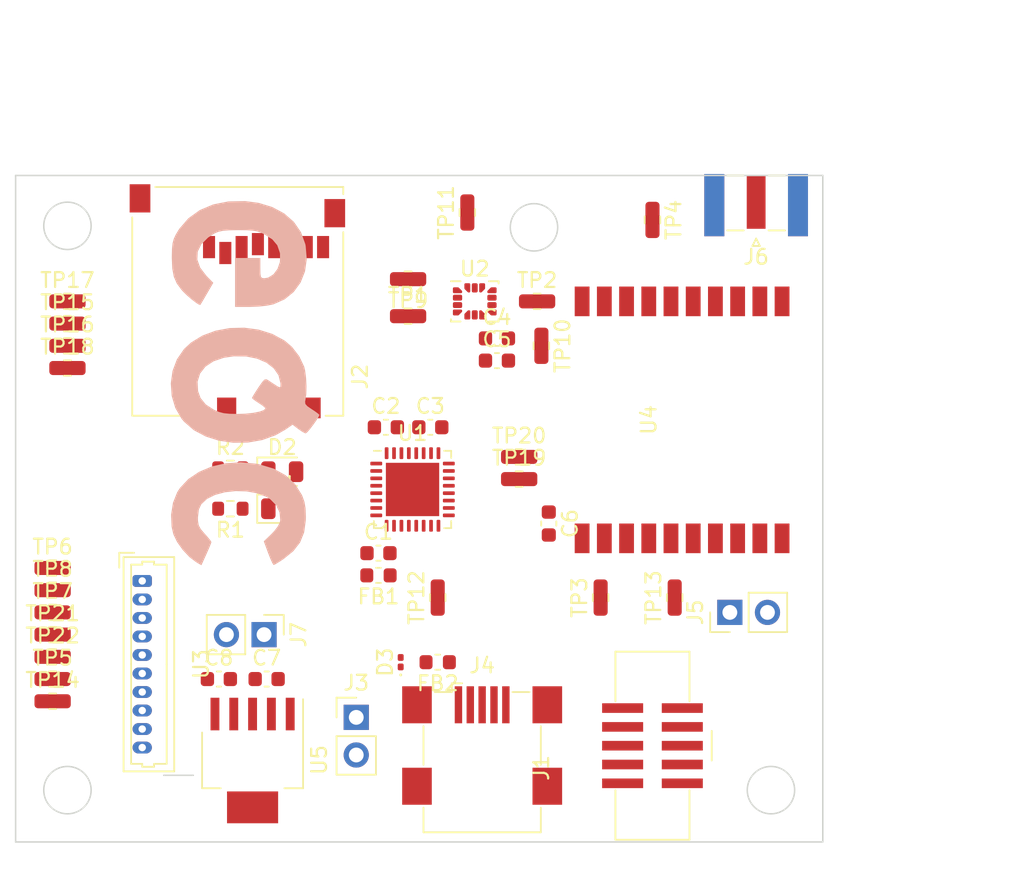
<source format=kicad_pcb>
(kicad_pcb (version 20211014) (generator pcbnew)
  (layers (0 "F.Cu" signal) (31 "B.Cu" signal) (34 "B.Paste" user) (35 "F.Paste" user) (36 "B.SilkS" user "B.Silkscreen") (37 "F.SilkS" user "F.Silkscreen") (38 "B.Mask" user) (39 "F.Mask" user) (44 "Edge.Cuts" user))
  (net 0 "")
  (net 2 "/~{CS}")
  (net 3 "/SC1_SDO")
  (net 4 "+3V3")
  (net 5 "/SC1_SCK")
  (net 6 "GND")
  (net 7 "/SC1_SDI")
  (net 10 "/IMU_INT1")
  (net 11 "/IMU_INT2")
  (net 12 "/GPS_~{RST}")
  (net 13 "/GPS_1PPS")
  (net 14 "/SC0_TXD")
  (net 15 "/SC0_RXD")
  (net 16 "/SC0_RTS")
  (net 17 "/SC0_CTS")
  (net 18 "Net-(C1-Pad1)")
  (net 19 "/SC2_DI")
  (net 20 "/SC2_~{CS}")
  (net 21 "/SC2_DO")
  (net 22 "/SC2_SCK")
  (net 23 "/RB_SLP")
  (net 24 "/SC3_RXD")
  (net 25 "/SC3_TXD")
  (net 26 "/RB_NET")
  (net 27 "/RB_RI")
  (net 28 "Net-(D1-Pad2)")
  (net 29 "/~{SRST}")
  (net 30 "Net-(D2-Pad2)")
  (net 31 "Net-(C3-Pad1)")
  (net 32 "/SWCLK")
  (net 33 "/SWDIO")
  (net 36 "+5V")
  (net 37 "Net-(C8-Pad2)")
  (net 38 "Net-(D1-Pad1)")
  (net 39 "Net-(D2-Pad1)")
  (net 40 "Net-(FB2-Pad1)")
  (net 48 "Net-(J5-Pad1)")
  (net 49 "Net-(J6-Pad1)")
  (net 51 "/GPS_FIX")
  (footprint "Connector_PinHeader_2.54mm:PinHeader_1x02_P2.54mm_Vertical" (layer "F.Cu") (at 73.225 104.5 90)
    (fp_text reference "J5" (at 0 -2.33 90) (layer "F.SilkS"))
    (fp_text value "Conn_01x02_Male")
    (pad "1" thru_hole rect (at 0 0 90) (size 1.7 1.7) (drill 1) (layers *.Cu *.Mask) (net 48 "Net-(J5-Pad1)"))
    (pad "2" thru_hole oval (at 0 2.54 90) (size 1.7 1.7) (drill 1) (layers *.Cu *.Mask) (net 6 "GND"))
  )
  (footprint "GQC:RCU-0603" (layer "F.Cu") (at 27.5 106)
    (fp_text reference "TP21" (at 0 -1.43) (layer "F.SilkS"))
    (fp_text value "TestPoint")
    (pad "1" smd roundrect (at 0 0) (size 2.45 0.95) (layers "F.Cu" "F.Paste" "F.Mask") (net 26 "/RB_NET"))
  )
  (footprint "Connector_PinHeader_2.54mm:PinHeader_1x02_P2.54mm_Vertical" (layer "F.Cu") (at 41.775 106 -90)
    (fp_text reference "J7" (at 0 -2.33 90) (layer "F.SilkS"))
    (fp_text value "Conn_01x02_Male")
    (pad "1" thru_hole rect (at 0 0 270) (size 1.7 1.7) (drill 1) (layers *.Cu *.Mask) (net 4 "+3V3"))
    (pad "2" thru_hole oval (at 0 2.54 270) (size 1.7 1.7) (drill 1) (layers *.Cu *.Mask) (net 37 "Net-(C8-Pad2)"))
  )
  (footprint "GQC:RCU-0603" (layer "F.Cu") (at 68 78 -90)
    (fp_text reference "TP4" (at 0 -1.43 90) (layer "F.SilkS"))
    (fp_text value "TestPoint")
    (pad "1" smd roundrect (at 0 0 270) (size 2.45 0.95) (layers "F.Cu" "F.Paste" "F.Mask") (net 13 "/GPS_1PPS"))
  )
  (footprint "Capacitor_SMD:C_0603_1608Metric" (layer "F.Cu") (at 53 92)
    (fp_text reference "C3" (at 0 -1.43) (layer "F.SilkS"))
    (fp_text value "1u")
    (pad "1" smd roundrect (at -0.775 0) (size 0.9 0.95) (layers "F.Cu" "F.Paste" "F.Mask") (net 31 "Net-(C3-Pad1)"))
    (pad "2" smd roundrect (at 0.775 0) (size 0.9 0.95) (layers "F.Cu" "F.Paste" "F.Mask") (net 6 "GND"))
  )
  (footprint "GQC:RCU-0603" (layer "F.Cu") (at 59 94)
    (fp_text reference "TP20" (at 0 -1.43) (layer "F.SilkS"))
    (fp_text value "TestPoint")
    (pad "1" smd roundrect (at 0 0) (size 2.45 0.95) (layers "F.Cu" "F.Paste" "F.Mask") (net 25 "/SC3_TXD"))
  )
  (footprint "Capacitor_SMD:C_0603_1608Metric" (layer "F.Cu") (at 57.5 87.5)
    (fp_text reference "C5" (at 0 -1.43) (layer "F.SilkS"))
    (fp_text value "100n")
    (pad "1" smd roundrect (at -0.775 0) (size 0.9 0.95) (layers "F.Cu" "F.Paste" "F.Mask") (net 6 "GND"))
    (pad "2" smd roundrect (at 0.775 0) (size 0.9 0.95) (layers "F.Cu" "F.Paste" "F.Mask") (net 4 "+3V3"))
  )
  (footprint "GQC:RCU-0603" (layer "F.Cu") (at 27.5 103)
    (fp_text reference "TP8" (at 0 -1.43) (layer "F.SilkS"))
    (fp_text value "TestPoint")
    (pad "1" smd roundrect (at 0 0) (size 2.45 0.95) (layers "F.Cu" "F.Paste" "F.Mask") (net 17 "/SC0_CTS"))
  )
  (footprint "Resistor_SMD:R_0603_1608Metric" (layer "F.Cu") (at 39.5 97.5 180)
    (fp_text reference "R1" (at 0 -1.43) (layer "F.SilkS"))
    (fp_text value "1k")
    (pad "1" smd roundrect (at -0.825 0 180) (size 0.8 0.95) (layers "F.Cu" "F.Paste" "F.Mask") (net 38 "Net-(D1-Pad1)"))
    (pad "2" smd roundrect (at 0.825 0 180) (size 0.8 0.95) (layers "F.Cu" "F.Paste" "F.Mask") (net 6 "GND"))
  )
  (footprint "GQC:RCU-0603" (layer "F.Cu") (at 28.5 86.5)
    (fp_text reference "TP16" (at 0 -1.43) (layer "F.SilkS"))
    (fp_text value "TestPoint")
    (pad "1" smd roundrect (at 0 0) (size 2.45 0.95) (layers "F.Cu" "F.Paste" "F.Mask") (net 5 "/SC1_SCK"))
  )
  (footprint "GQC:RCU-0603" (layer "F.Cu") (at 27.5 104.5)
    (fp_text reference "TP7" (at 0 -1.43) (layer "F.SilkS"))
    (fp_text value "TestPoint")
    (pad "1" smd roundrect (at 0 0) (size 2.45 0.95) (layers "F.Cu" "F.Paste" "F.Mask") (net 16 "/SC0_RTS"))
  )
  (footprint "GQC:RCU-0603" (layer "F.Cu") (at 59 95.5)
    (fp_text reference "TP19" (at 0 -1.43) (layer "F.SilkS"))
    (fp_text value "TestPoint")
    (pad "1" smd roundrect (at 0 0) (size 2.45 0.95) (layers "F.Cu" "F.Paste" "F.Mask") (net 24 "/SC3_RXD"))
  )
  (footprint "Connector_USB:USB_Mini-B_Wuerth_65100516121_Horizontal" (layer "F.Cu") (at 56.5 113.3375)
    (fp_text reference "J4" (at 0 -5.25) (layer "F.SilkS"))
    (fp_text value "USB_B_Mini")
    (pad "" np_thru_hole circle (at -2.2 0) (size 0.9 0.9) (drill 0.9) (layers *.Cu *.Mask))
    (pad "" np_thru_hole circle (at 2.2 0) (size 0.9 0.9) (drill 0.9) (layers *.Cu *.Mask))
    (pad "1" smd rect (at -1.6 -2.6) (size 0.5 2.5) (layers "F.Cu" "F.Paste" "F.Mask") (net 40 "Net-(FB2-Pad1)"))
    (pad "2" smd rect (at -0.8 -2.6) (size 0.5 2.5) (layers "F.Cu" "F.Paste" "F.Mask"))
    (pad "3" smd rect (at 0 -2.6) (size 0.5 2.5) (layers "F.Cu" "F.Paste" "F.Mask"))
    (pad "4" smd rect (at 0.8 -2.6) (size 0.5 2.5) (layers "F.Cu" "F.Paste" "F.Mask"))
    (pad "5" smd rect (at 1.6 -2.6) (size 0.5 2.5) (layers "F.Cu" "F.Paste" "F.Mask") (net 6 "GND"))
    (pad "6" smd rect (at 4.4 2.9) (size 2 2.5) (layers "F.Cu" "F.Paste" "F.Mask") (net 6 "GND"))
    (pad "6" smd rect (at -4.4 -2.6) (size 2 2.5) (layers "F.Cu" "F.Paste" "F.Mask") (net 6 "GND"))
    (pad "6" smd rect (at -4.4 2.9) (size 2 2.5) (layers "F.Cu" "F.Paste" "F.Mask") (net 6 "GND"))
    (pad "6" smd rect (at 4.4 -2.6) (size 2 2.5) (layers "F.Cu" "F.Paste" "F.Mask") (net 6 "GND"))
  )
  (footprint "Inductor_SMD:L_0603_1608Metric" (layer "F.Cu") (at 53.5 107.8625 180)
    (fp_text reference "FB2" (at 0 -1.43) (layer "F.SilkS"))
    (fp_text value "FerriteBead_Small")
    (pad "1" smd roundrect (at -0.7875 0 180) (size 0.875 0.95) (layers "F.Cu" "F.Paste" "F.Mask") (net 40 "Net-(FB2-Pad1)"))
    (pad "2" smd roundrect (at 0.7875 0 180) (size 0.875 0.95) (layers "F.Cu" "F.Paste" "F.Mask") (net 36 "+5V"))
  )
  (footprint "Capacitor_SMD:C_0603_1608Metric" (layer "F.Cu") (at 61 98.5 -90)
    (fp_text reference "C6" (at 0 -1.43 90) (layer "F.SilkS"))
    (fp_text value "100n")
    (pad "1" smd roundrect (at -0.775 0 270) (size 0.9 0.95) (layers "F.Cu" "F.Paste" "F.Mask") (net 6 "GND"))
    (pad "2" smd roundrect (at 0.775 0 270) (size 0.9 0.95) (layers "F.Cu" "F.Paste" "F.Mask") (net 4 "+3V3"))
  )
  (footprint "Package_LGA:LGA-14_3x2.5mm_P0.5mm_LayoutBorder3x4y" (layer "F.Cu") (at 56 83.5)
    (fp_text reference "U2" (at 0 -2.2) (layer "F.SilkS"))
    (fp_text value "LSM6DSO32TR")
    (pad "1" smd custom (at -1.1625 -0.75) (size 0.223223 0.223223) (layers "F.Cu" "F.Paste" "F.Mask") (net 19 "/SC2_DI") (options (clearance outline) (anchor circle)) (primitives (gr_poly (pts (xy 0.2375 0.081066) (xy 0.2375 0.125) (xy -0.2375 0.125) (xy -0.2375 -0.125) (xy 0.031434 -0.125)) (width 0.15) (fill yes))))
    (pad "2" smd roundrect (at -1.1625 -0.25) (size 0.625 0.4) (layers "F.Cu" "F.Paste" "F.Mask") (net 6 "GND"))
    (pad "3" smd roundrect (at -1.1625 0.25) (size 0.625 0.4) (layers "F.Cu" "F.Paste" "F.Mask") (net 6 "GND"))
    (pad "4" smd custom (at -1.1625 0.75) (size 0.223223 0.223223) (layers "F.Cu" "F.Paste" "F.Mask") (net 10 "/IMU_INT1") (options (clearance outline) (anchor circle)) (primitives (gr_poly (pts (xy 0.2375 -0.081066) (xy 0.031434 0.125) (xy -0.2375 0.125) (xy -0.2375 -0.125) (xy 0.2375 -0.125)) (width 0.15) (fill yes))))
    (pad "5" smd custom (at -0.5 0.9125) (size 0.223223 0.223223) (layers "F.Cu" "F.Paste" "F.Mask") (net 4 "+3V3") (options (clearance outline) (anchor circle)) (primitives (gr_poly (pts (xy 0.125 0.2375) (xy -0.125 0.2375) (xy -0.125 -0.031434) (xy 0.081066 -0.2375) (xy 0.125 -0.2375)) (width 0.15) (fill yes))))
    (pad "6" smd roundrect (at 0 0.9125) (size 0.4 0.625) (layers "F.Cu" "F.Paste" "F.Mask") (net 6 "GND"))
    (pad "7" smd custom (at 0.5 0.9125) (size 0.223223 0.223223) (layers "F.Cu" "F.Paste" "F.Mask") (net 6 "GND") (options (clearance outline) (anchor circle)) (primitives (gr_poly (pts (xy 0.125 -0.031434) (xy 0.125 0.2375) (xy -0.125 0.2375) (xy -0.125 -0.2375) (xy -0.081066 -0.2375)) (width 0.15) (fill yes))))
    (pad "8" smd custom (at 1.1625 0.75) (size 0.223223 0.223223) (layers "F.Cu" "F.Paste" "F.Mask") (net 4 "+3V3") (options (clearance outline) (anchor circle)) (primitives (gr_poly (pts (xy 0.2375 0.125) (xy -0.031434 0.125) (xy -0.2375 -0.081066) (xy -0.2375 -0.125) (xy 0.2375 -0.125)) (width 0.15) (fill yes))))
    (pad "9" smd roundrect (at 1.1625 0.25) (size 0.625 0.4) (layers "F.Cu" "F.Paste" "F.Mask") (net 11 "/IMU_INT2"))
    (pad "10" smd roundrect (at 1.1625 -0.25) (size 0.625 0.4) (layers "F.Cu" "F.Paste" "F.Mask"))
    (pad "11" smd custom (at 1.1625 -0.75) (size 0.223223 0.223223) (layers "F.Cu" "F.Paste" "F.Mask") (options (clearance outline) (anchor circle)) (primitives (gr_poly (pts (xy 0.2375 0.125) (xy -0.2375 0.125) (xy -0.2375 0.081066) (xy -0.031434 -0.125) (xy 0.2375 -0.125)) (width 0.15) (fill yes))))
    (pad "12" smd custom (at 0.5 -0.9125) (size 0.223223 0.223223) (layers "F.Cu" "F.Paste" "F.Mask") (net 20 "/SC2_~{CS}") (options (clearance outline) (anchor circle)) (primitives (gr_poly (pts (xy 0.125 0.031434) (xy -0.081066 0.2375) (xy -0.125 0.2375) (xy -0.125 -0.2375) (xy 0.125 -0.2375)) (width 0.15) (fill yes))))
    (pad "13" smd roundrect (at 0 -0.9125) (size 0.4 0.625) (layers "F.Cu" "F.Paste" "F.Mask") (net 22 "/SC2_SCK"))
    (pad "14" smd custom (at -0.5 -0.9125) (size 0.223223 0.223223) (layers "F.Cu" "F.Paste" "F.Mask") (net 21 "/SC2_DO") (options (clearance outline) (anchor circle)) (primitives (gr_poly (pts (xy 0.125 0.2375) (xy 0.081066 0.2375) (xy -0.125 0.031434) (xy -0.125 -0.2375) (xy 0.125 -0.2375)) (width 0.15) (fill yes))))
  )
  (footprint "GQC:FGPMMOPA6H" (layer "F.Cu") (at 70 91.5 90)
    (fp_text reference "U4" (at 0 -2.25 90 unlocked) (layer "F.SilkS"))
    (fp_text value "PA1616S")
    (pad "" np_thru_hole circle (at 0 0.05 90) (size 1.2 1.2) (drill 1.2) (layers F&B.Cu *.Mask))
    (pad "1" smd rect (at -8 -6.75 90) (size 2 1) (layers "F.Cu" "F.Paste" "F.Mask") (net 4 "+3V3"))
    (pad "2" smd rect (at -8 -5.25 90) (size 2 1) (layers "F.Cu" "F.Paste" "F.Mask") (net 12 "/GPS_~{RST}"))
    (pad "3" smd rect (at -8 -3.75 90) (size 2 1) (layers "F.Cu" "F.Paste" "F.Mask") (net 6 "GND"))
    (pad "4" smd rect (at -8 -2.25 90) (size 2 1) (layers "F.Cu" "F.Paste" "F.Mask") (net 48 "Net-(J5-Pad1)"))
    (pad "5" smd rect (at -8 -0.75 90) (size 2 1) (layers "F.Cu" "F.Paste" "F.Mask") (net 51 "/GPS_FIX"))
    (pad "6" smd rect (at -8 0.75 90) (size 2 1) (layers "F.Cu" "F.Paste" "F.Mask"))
    (pad "7" smd rect (at -8 2.25 90) (size 2 1) (layers "F.Cu" "F.Paste" "F.Mask"))
    (pad "8" smd rect (at -8 3.75 90) (size 2 1) (layers "F.Cu" "F.Paste" "F.Mask") (net 6 "GND"))
    (pad "9" smd rect (at -8 5.25 90) (size 2 1) (layers "F.Cu" "F.Paste" "F.Mask") (net 24 "/SC3_RXD"))
    (pad "10" smd rect (at -8 6.75 90) (size 2 1) (layers "F.Cu" "F.Paste" "F.Mask") (net 25 "/SC3_TXD"))
    (pad "11" smd rect (at 8 6.75 270) (size 2 1) (layers "F.Cu" "F.Paste" "F.Mask") (net 49 "Net-(J6-Pad1)"))
    (pad "12" smd rect (at 8 5.25 270) (size 2 1) (layers "F.Cu" "F.Paste" "F.Mask") (net 6 "GND"))
    (pad "13" smd rect (at 8 3.75 270) (size 2 1) (layers "F.Cu" "F.Paste" "F.Mask") (net 13 "/GPS_1PPS"))
    (pad "14" smd rect (at 8 2.25 270) (size 2 1) (layers "F.Cu" "F.Paste" "F.Mask"))
    (pad "15" smd rect (at 8 0.75 270) (size 2 1) (layers "F.Cu" "F.Paste" "F.Mask"))
    (pad "16" smd rect (at 8 -0.75 270) (size 2 1) (layers "F.Cu" "F.Paste" "F.Mask"))
    (pad "17" smd rect (at 8 -2.25 270) (size 2 1) (layers "F.Cu" "F.Paste" "F.Mask"))
    (pad "18" smd rect (at 8 -3.75 270) (size 2 1) (layers "F.Cu" "F.Paste" "F.Mask"))
    (pad "19" smd rect (at 8 -5.25 270) (size 2 1) (layers "F.Cu" "F.Paste" "F.Mask") (net 6 "GND"))
    (pad "20" smd rect (at 8 -6.75 270) (size 2 1) (layers "F.Cu" "F.Paste" "F.Mask"))
  )
  (footprint "GQC:RCU-0603" (layer "F.Cu") (at 53.5 103.5 90)
    (fp_text reference "TP12" (at 0 -1.43 90) (layer "F.SilkS"))
    (fp_text value "TestPoint")
    (pad "1" smd roundrect (at 0 0 90) (size 2.45 0.95) (layers "F.Cu" "F.Paste" "F.Mask") (net 22 "/SC2_SCK"))
  )
  (footprint "GQC:RCU-0603" (layer "F.Cu") (at 27.5 109)
    (fp_text reference "TP5" (at 0 -1.43) (layer "F.SilkS"))
    (fp_text value "TestPoint")
    (pad "1" smd roundrect (at 0 0) (size 2.45 0.95) (layers "F.Cu" "F.Paste" "F.Mask") (net 14 "/SC0_TXD"))
  )
  (footprint "GQC:RCU-0603" (layer "F.Cu") (at 51.5 82 180)
    (fp_text reference "TP9" (at 0 -1.43) (layer "F.SilkS"))
    (fp_text value "TestPoint")
    (pad "1" smd roundrect (at 0 0 180) (size 2.45 0.95) (layers "F.Cu" "F.Paste" "F.Mask") (net 19 "/SC2_DI"))
  )
  (footprint "Resistor_SMD:R_0603_1608Metric" (layer "F.Cu") (at 39.5 94.775)
    (fp_text reference "R2" (at 0 -1.43) (layer "F.SilkS"))
    (fp_text value "1k")
    (pad "1" smd roundrect (at -0.825 0) (size 0.8 0.95) (layers "F.Cu" "F.Paste" "F.Mask") (net 6 "GND"))
    (pad "2" smd roundrect (at 0.825 0) (size 0.8 0.95) (layers "F.Cu" "F.Paste" "F.Mask") (net 39 "Net-(D2-Pad1)"))
  )
  (footprint "GQC:3221-10-0300-00-TR" (layer "F.Cu") (at 68 113.5 90)
    (fp_text reference "J1" (at -1.5 -7.5 90 unlocked) (layer "F.SilkS"))
    (fp_text value "Conn_02x05_Odd_Even")
    (pad "1" smd rect (at -2.54 2.015 90) (size 0.65 2.77) (layers "F.Cu" "F.Paste" "F.Mask") (net 4 "+3V3"))
    (pad "2" smd rect (at -2.54 -2.015 90) (size 0.65 2.77) (layers "F.Cu" "F.Paste" "F.Mask") (net 33 "/SWDIO"))
    (pad "3" smd rect (at -1.27 2.015 90) (size 0.65 2.77) (layers "F.Cu" "F.Paste" "F.Mask") (net 6 "GND"))
    (pad "4" smd rect (at -1.27 -2.015 90) (size 0.65 2.77) (layers "F.Cu" "F.Paste" "F.Mask") (net 32 "/SWCLK"))
    (pad "5" smd rect (at 0 2.015 90) (size 0.65 2.77) (layers "F.Cu" "F.Paste" "F.Mask") (net 6 "GND"))
    (pad "6" smd rect (at 0 -2.015 90) (size 0.65 2.77) (layers "F.Cu" "F.Paste" "F.Mask"))
    (pad "7" smd rect (at 1.27 2.015 90) (size 0.65 2.77) (layers "F.Cu" "F.Paste" "F.Mask"))
    (pad "8" smd rect (at 1.27 -2.015 90) (size 0.65 2.77) (layers "F.Cu" "F.Paste" "F.Mask"))
    (pad "9" smd rect (at 2.54 2.015 90) (size 0.65 2.77) (layers "F.Cu" "F.Paste" "F.Mask"))
    (pad "10" smd rect (at 2.54 -2.015 90) (size 0.65 2.77) (layers "F.Cu" "F.Paste" "F.Mask") (net 29 "/~{SRST}"))
  )
  (footprint "GQC:RCU-0603" (layer "F.Cu") (at 51.5 84.5)
    (fp_text reference "TP1" (at 0 -1.43) (layer "F.SilkS"))
    (fp_text value "TestPoint")
    (pad "1" smd roundrect (at 0 0) (size 2.45 0.95) (layers "F.Cu" "F.Paste" "F.Mask") (net 10 "/IMU_INT1"))
  )
  (footprint "GQC:RCU-0603" (layer "F.Cu") (at 69.5 103.5 90)
    (fp_text reference "TP13" (at 0 -1.43 90) (layer "F.SilkS"))
    (fp_text value "TestPoint")
    (pad "1" smd roundrect (at 0 0 90) (size 2.45 0.95) (layers "F.Cu" "F.Paste" "F.Mask") (net 51 "/GPS_FIX"))
  )
  (footprint "Capacitor_SMD:C_0603_1608Metric" (layer "F.Cu") (at 57.5 86)
    (fp_text reference "C4" (at 0 -1.43) (layer "F.SilkS"))
    (fp_text value "100n")
    (pad "1" smd roundrect (at -0.775 0) (size 0.9 0.95) (layers "F.Cu" "F.Paste" "F.Mask") (net 6 "GND"))
    (pad "2" smd roundrect (at 0.775 0) (size 0.9 0.95) (layers "F.Cu" "F.Paste" "F.Mask") (net 4 "+3V3"))
  )
  (footprint "Connector_Coaxial:SMA_Samtec_SMA-J-P-X-ST-EM1_EdgeMount" (layer "F.Cu") (at 75 77 180)
    (fp_text reference "J6" (at 0 -3.5) (layer "F.SilkS"))
    (fp_text value "Conn_Coaxial")
    (pad "1" smd rect (at 0 0.2 180) (size 1.27 3.6) (layers "F.Cu" "F.Paste" "F.Mask") (net 49 "Net-(J6-Pad1)"))
    (pad "2" smd rect (at -2.825 0 180) (size 1.35 4.2) (layers "B.Cu" "B.Paste" "B.Mask") (net 6 "GND"))
    (pad "2" smd rect (at 2.825 0 180) (size 1.35 4.2) (layers "F.Cu" "F.Paste" "F.Mask") (net 6 "GND"))
    (pad "2" smd rect (at -2.825 0 180) (size 1.35 4.2) (layers "F.Cu" "F.Paste" "F.Mask") (net 6 "GND"))
    (pad "2" smd rect (at 2.825 0 180) (size 1.35 4.2) (layers "B.Cu" "B.Paste" "B.Mask") (net 6 "GND"))
  )
  (footprint "Package_TO_SOT_SMD:SOT-223-6" (layer "F.Cu") (at 41 114.5 -90)
    (fp_text reference "U5" (at -0.0375 -4.5 90) (layer "F.SilkS"))
    (fp_text value "MCP1793T-3302H-DC")
    (pad "1" smd rect (at -3.1375 -2.54 270) (size 2.2 0.6) (layers "F.Cu" "F.Paste" "F.Mask") (net 36 "+5V"))
    (pad "2" smd rect (at -3.1375 -1.27 270) (size 2.2 0.6) (layers "F.Cu" "F.Paste" "F.Mask") (net 36 "+5V"))
    (pad "3" smd rect (at -3.1375 0 270) (size 2.2 0.6) (layers "F.Cu" "F.Paste" "F.Mask") (net 6 "GND"))
    (pad "4" smd rect (at -3.1375 1.27 270) (size 2.2 0.6) (layers "F.Cu" "F.Paste" "F.Mask") (net 37 "Net-(C8-Pad2)"))
    (pad "5" smd rect (at -3.1375 2.54 270) (size 2.2 0.6) (layers "F.Cu" "F.Paste" "F.Mask"))
    (pad "6" smd rect (at 3.1625 0 270) (size 2.15 3.45) (layers "F.Cu" "F.Paste" "F.Mask") (net 6 "GND"))
  )
  (footprint "GQC:RCU-0603" (layer "F.Cu") (at 27.5 107.5)
    (fp_text reference "TP22" (at 0 -1.43) (layer "F.SilkS"))
    (fp_text value "TestPoint")
    (pad "1" smd roundrect (at 0 0) (size 2.45 0.95) (layers "F.Cu" "F.Paste" "F.Mask") (net 27 "/RB_RI"))
  )
  (footprint "GQC:RCU-0603" (layer "F.Cu") (at 27.5 101.5)
    (fp_text reference "TP6" (at 0 -1.43) (layer "F.SilkS"))
    (fp_text value "TestPoint")
    (pad "1" smd roundrect (at 0 0) (size 2.45 0.95) (layers "F.Cu" "F.Paste" "F.Mask") (net 15 "/SC0_RXD"))
  )
  (footprint "Capacitor_SMD:C_0603_1608Metric" (layer "F.Cu") (at 38.725 109)
    (fp_text reference "C8" (at 0 -1.43) (layer "F.SilkS"))
    (fp_text value "100n")
    (pad "1" smd roundrect (at -0.775 0) (size 0.9 0.95) (layers "F.Cu" "F.Paste" "F.Mask") (net 6 "GND"))
    (pad "2" smd roundrect (at 0.775 0) (size 0.9 0.95) (layers "F.Cu" "F.Paste" "F.Mask") (net 37 "Net-(C8-Pad2)"))
  )
  (footprint "LED_SMD:LED_0805_2012Metric" (layer "F.Cu") (at 43 95)
    (fp_text reference "D2" (at 0 -1.65) (layer "F.SilkS"))
    (fp_text value "LED_Small")
    (pad "1" smd roundrect (at -0.9375 0) (size 0.975 1.4) (layers "F.Cu" "F.Paste" "F.Mask") (net 39 "Net-(D2-Pad1)"))
    (pad "2" smd roundrect (at 0.9375 0) (size 0.975 1.4) (layers "F.Cu" "F.Paste" "F.Mask") (net 30 "Net-(D2-Pad2)"))
  )
  (footprint "GQC:RCU-0603" (layer "F.Cu") (at 28.5 83.5)
    (fp_text reference "TP17" (at 0 -1.43) (layer "F.SilkS"))
    (fp_text value "TestPoint")
    (pad "1" smd roundrect (at 0 0) (size 2.45 0.95) (layers "F.Cu" "F.Paste" "F.Mask") (net 2 "/~{CS}"))
  )
  (footprint "Capacitor_SMD:C_0603_1608Metric" (layer "F.Cu") (at 41.95 109)
    (fp_text reference "C7" (at 0 -1.43) (layer "F.SilkS"))
    (fp_text value "100n")
    (pad "1" smd roundrect (at -0.775 0) (size 0.9 0.95) (layers "F.Cu" "F.Paste" "F.Mask") (net 6 "GND"))
    (pad "2" smd roundrect (at 0.775 0) (size 0.9 0.95) (layers "F.Cu" "F.Paste" "F.Mask") (net 36 "+5V"))
  )
  (footprint "Capacitor_SMD:C_0603_1608Metric" (layer "F.Cu") (at 49.5 100.5)
    (fp_text reference "C1" (at 0 -1.43) (layer "F.SilkS"))
    (fp_text value "100n")
    (pad "1" smd roundrect (at -0.775 0) (size 0.9 0.95) (layers "F.Cu" "F.Paste" "F.Mask") (net 18 "Net-(C1-Pad1)"))
    (pad "2" smd roundrect (at 0.775 0) (size 0.9 0.95) (layers "F.Cu" "F.Paste" "F.Mask") (net 6 "GND"))
  )
  (footprint "Connector_PinHeader_2.54mm:PinHeader_1x02_P2.54mm_Vertical" (layer "F.Cu") (at 48 111.5875)
    (fp_text reference "J3" (at 0 -2.33) (layer "F.SilkS"))
    (fp_text value "Conn_01x02_Male")
    (pad "1" thru_hole rect (at 0 0) (size 1.7 1.7) (drill 1) (layers *.Cu *.Mask) (net 36 "+5V"))
    (pad "2" thru_hole oval (at 0 2.54) (size 1.7 1.7) (drill 1) (layers *.Cu *.Mask) (net 6 "GND"))
  )
  (footprint "Package_DFN_QFN:QFN-32-1EP_5x5mm_P0.5mm_EP3.6x3.6mm" (layer "F.Cu") (at 51.8 96.2)
    (fp_text reference "U1" (at 0 -3.8) (layer "F.SilkS"))
    (fp_text value "ATSAMD21E17D-M")
    (pad "1" smd roundrect (at -2.45 -1.75) (size 0.8 0.25) (layers "F.Cu" "F.Paste" "F.Mask") (net 10 "/IMU_INT1"))
    (pad "2" smd roundrect (at -2.45 -1.25) (size 0.8 0.25) (layers "F.Cu" "F.Paste" "F.Mask") (net 11 "/IMU_INT2"))
    (pad "3" smd roundrect (at -2.45 -0.75) (size 0.8 0.25) (layers "F.Cu" "F.Paste" "F.Mask") (net 12 "/GPS_~{RST}"))
    (pad "4" smd roundrect (at -2.45 -0.25) (size 0.8 0.25) (layers "F.Cu" "F.Paste" "F.Mask") (net 13 "/GPS_1PPS"))
    (pad "5" smd roundrect (at -2.45 0.25) (size 0.8 0.25) (layers "F.Cu" "F.Paste" "F.Mask") (net 14 "/SC0_TXD"))
    (pad "6" smd roundrect (at -2.45 0.75) (size 0.8 0.25) (layers "F.Cu" "F.Paste" "F.Mask") (net 15 "/SC0_RXD"))
    (pad "7" smd roundrect (at -2.45 1.25) (size 0.8 0.25) (layers "F.Cu" "F.Paste" "F.Mask") (net 16 "/SC0_RTS"))
    (pad "8" smd roundrect (at -2.45 1.75) (size 0.8 0.25) (layers "F.Cu" "F.Paste" "F.Mask") (net 17 "/SC0_CTS"))
    (pad "9" smd roundrect (at -1.75 2.45) (size 0.25 0.8) (layers "F.Cu" "F.Paste" "F.Mask") (net 18 "Net-(C1-Pad1)"))
    (pad "10" smd roundrect (at -1.25 2.45) (size 0.25 0.8) (layers "F.Cu" "F.Paste" "F.Mask") (net 6 "GND"))
    (pad "11" smd roundrect (at -0.75 2.45) (size 0.25 0.8) (layers "F.Cu" "F.Paste" "F.Mask") (net 19 "/SC2_DI"))
    (pad "12" smd roundrect (at -0.25 2.45) (size 0.25 0.8) (layers "F.Cu" "F.Paste" "F.Mask") (net 20 "/SC2_~{CS}"))
    (pad "13" smd roundrect (at 0.25 2.45) (size 0.25 0.8) (layers "F.Cu" "F.Paste" "F.Mask") (net 21 "/SC2_DO"))
    (pad "14" smd roundrect (at 0.75 2.45) (size 0.25 0.8) (layers "F.Cu" "F.Paste" "F.Mask") (net 22 "/SC2_SCK"))
    (pad "15" smd roundrect (at 1.25 2.45) (size 0.25 0.8) (layers "F.Cu" "F.Paste" "F.Mask") (net 51 "/GPS_FIX"))
    (pad "16" smd roundrect (at 1.75 2.45) (size 0.25 0.8) (layers "F.Cu" "F.Paste" "F.Mask") (net 23 "/RB_SLP"))
    (pad "17" smd roundrect (at 2.45 1.75) (size 0.8 0.25) (layers "F.Cu" "F.Paste" "F.Mask") (net 3 "/SC1_SDO"))
    (pad "18" smd roundrect (at 2.45 1.25) (size 0.8 0.25) (layers "F.Cu" "F.Paste" "F.Mask") (net 5 "/SC1_SCK"))
    (pad "19" smd roundrect (at 2.45 0.75) (size 0.8 0.25) (layers "F.Cu" "F.Paste" "F.Mask") (net 2 "/~{CS}"))
    (pad "20" smd roundrect (at 2.45 0.25) (size 0.8 0.25) (layers "F.Cu" "F.Paste" "F.Mask") (net 7 "/SC1_SDI"))
    (pad "21" smd roundrect (at 2.45 -0.25) (size 0.8 0.25) (layers "F.Cu" "F.Paste" "F.Mask") (net 24 "/SC3_RXD"))
    (pad "22" smd roundrect (at 2.45 -0.75) (size 0.8 0.25) (layers "F.Cu" "F.Paste" "F.Mask") (net 25 "/SC3_TXD"))
    (pad "23" smd roundrect (at 2.45 -1.25) (size 0.8 0.25) (layers "F.Cu" "F.Paste" "F.Mask") (net 26 "/RB_NET"))
    (pad "24" smd roundrect (at 2.45 -1.75) (size 0.8 0.25) (layers "F.Cu" "F.Paste" "F.Mask") (net 27 "/RB_RI"))
    (pad "25" smd roundrect (at 1.75 -2.45) (size 0.25 0.8) (layers "F.Cu" "F.Paste" "F.Mask") (net 28 "Net-(D1-Pad2)"))
    (pad "26" smd roundrect (at 1.25 -2.45) (size 0.25 0.8) (layers "F.Cu" "F.Paste" "F.Mask") (net 29 "/~{SRST}"))
    (pad "27" smd roundrect (at 0.75 -2.45) (size 0.25 0.8) (layers "F.Cu" "F.Paste" "F.Mask") (net 30 "Net-(D2-Pad2)"))
    (pad "28" smd roundrect (at 0.25 -2.45) (size 0.25 0.8) (layers "F.Cu" "F.Paste" "F.Mask") (net 6 "GND"))
    (pad "29" smd roundrect (at -0.25 -2.45) (size 0.25 0.8) (layers "F.Cu" "F.Paste" "F.Mask") (net 31 "Net-(C3-Pad1)"))
    (pad "30" smd roundrect (at -0.75 -2.45) (size 0.25 0.8) (layers "F.Cu" "F.Paste" "F.Mask") (net 4 "+3V3"))
    (pad "31" smd roundrect (at -1.25 -2.45) (size 0.25 0.8) (layers "F.Cu" "F.Paste" "F.Mask") (net 32 "/SWCLK"))
    (pad "32" smd roundrect (at -1.75 -2.45) (size 0.25 0.8) (layers "F.Cu" "F.Paste" "F.Mask") (net 33 "/SWDIO"))
    (pad "33" smd rect (at 0 0) (size 3.6 3.6) (layers "F.Cu" "F.Mask") (net 6 "GND"))
  )
  (footprint "Diode_SMD:D_0201_0603Metric" (layer "F.Cu") (at 51 107.8625 90)
    (fp_text reference "D3" (at 0 -1.05 90) (layer "F.SilkS"))
    (fp_text value "D_TVS_Filled")
    (pad "1" smd roundrect (at -0.32 0 90) (size 0.46 0.4) (layers "F.Cu" "F.Mask") (net 6 "GND"))
    (pad "2" smd roundrect (at 0.32 0 90) (size 0.46 0.4) (layers "F.Cu" "F.Mask") (net 36 "+5V"))
  )
  (footprint "GQC:RCU-0603" (layer "F.Cu") (at 27.5 110.5)
    (fp_text reference "TP14" (at 0 -1.43) (layer "F.SilkS"))
    (fp_text value "TestPoint")
    (pad "1" smd roundrect (at 0 0) (size 2.45 0.95) (layers "F.Cu" "F.Paste" "F.Mask") (net 23 "/RB_SLP"))
  )
  (footprint "GQC:RCU-0603" (layer "F.Cu") (at 60.5 86.5 -90)
    (fp_text reference "TP10" (at 0 -1.43 90) (layer "F.SilkS"))
    (fp_text value "TestPoint")
    (pad "1" smd roundrect (at 0 0 270) (size 2.45 0.95) (layers "F.Cu" "F.Paste" "F.Mask") (net 20 "/SC2_~{CS}"))
  )
  (footprint "GQC:RCU-0603" (layer "F.Cu") (at 60.21 83.5)
    (fp_text reference "TP2" (at 0 -1.43) (layer "F.SilkS"))
    (fp_text value "TestPoint")
    (pad "1" smd roundrect (at 0 0) (size 2.45 0.95) (layers "F.Cu" "F.Paste" "F.Mask") (net 11 "/IMU_INT2"))
  )
  (footprint "Connector_Molex:Molex_PicoBlade_53047-1010_1x10_P1.25mm_Vertical" (layer "F.Cu") (at 33.55 102.375 -90)
    (fp_text reference "U3" (at 5.62 -3.975 90) (layer "F.SilkS"))
    (fp_text value "RockBLOCK-9603")
    (pad "1" thru_hole roundrect (at 0 0 270) (size 0.8 1.3) (drill 0.5) (layers *.Cu *.Mask) (net 15 "/SC0_RXD"))
    (pad "2" thru_hole oval (at 1.25 0 270) (size 0.8 1.3) (drill 0.5) (layers *.Cu *.Mask) (net 17 "/SC0_CTS"))
    (pad "3" thru_hole oval (at 2.5 0 270) (size 0.8 1.3) (drill 0.5) (layers *.Cu *.Mask) (net 16 "/SC0_RTS"))
    (pad "4" thru_hole oval (at 3.75 0 270) (size 0.8 1.3) (drill 0.5) (layers *.Cu *.Mask) (net 26 "/RB_NET"))
    (pad "5" thru_hole oval (at 5 0 270) (size 0.8 1.3) (drill 0.5) (layers *.Cu *.Mask) (net 27 "/RB_RI"))
    (pad "6" thru_hole oval (at 6.25 0 270) (size 0.8 1.3) (drill 0.5) (layers *.Cu *.Mask) (net 14 "/SC0_TXD"))
    (pad "7" thru_hole oval (at 7.5 0 270) (size 0.8 1.3) (drill 0.5) (layers *.Cu *.Mask) (net 23 "/RB_SLP"))
    (pad "8" thru_hole oval (at 8.75 0 270) (size 0.8 1.3) (drill 0.5) (layers *.Cu *.Mask) (net 36 "+5V"))
    (pad "9" thru_hole oval (at 10 0 270) (size 0.8 1.3) (drill 0.5) (layers *.Cu *.Mask))
    (pad "10" thru_hole oval (at 11.25 0 270) (size 0.8 1.3) (drill 0.5) (layers *.Cu *.Mask) (net 6 "GND"))
  )
  (footprint "GQC:RCU-0603" (layer "F.Cu") (at 28.5 88)
    (fp_text reference "TP18" (at 0 -1.43) (layer "F.SilkS"))
    (fp_text value "TestPoint")
    (pad "1" smd roundrect (at 0 0) (size 2.45 0.95) (layers "F.Cu" "F.Paste" "F.Mask") (net 7 "/SC1_SDI"))
  )
  (footprint "GQC:RCU-0603" (layer "F.Cu") (at 28.5 85)
    (fp_text reference "TP15" (at 0 -1.43) (layer "F.SilkS"))
    (fp_text value "TestPoint")
    (pad "1" smd roundrect (at 0 0) (size 2.45 0.95) (layers "F.Cu" "F.Paste" "F.Mask") (net 3 "/SC1_SDO"))
  )
  (footprint "GQC:RCU-0603" (layer "F.Cu") (at 64.5 103.5 90)
    (fp_text reference "TP3" (at 0 -1.43 90) (layer "F.SilkS"))
    (fp_text value "TestPoint")
    (pad "1" smd roundrect (at 0 0 90) (size 2.45 0.95) (layers "F.Cu" "F.Paste" "F.Mask") (net 12 "/GPS_~{RST}"))
  )
  (footprint "LED_SMD:LED_0805_2012Metric" (layer "F.Cu") (at 43 97.5)
    (fp_text reference "D1" (at 0 -1.65) (layer "F.SilkS"))
    (fp_text value "LED_Small")
    (pad "1" smd roundrect (at -0.9375 0) (size 0.975 1.4) (layers "F.Cu" "F.Paste" "F.Mask") (net 38 "Net-(D1-Pad1)"))
    (pad "2" smd roundrect (at 0.9375 0) (size 0.975 1.4) (layers "F.Cu" "F.Paste" "F.Mask") (net 28 "Net-(D1-Pad2)"))
  )
  (footprint "GQC:RCU-0603" (layer "F.Cu") (at 55.5 77.5 90)
    (fp_text reference "TP11" (at 0 -1.43 90) (layer "F.SilkS"))
    (fp_text value "TestPoint")
    (pad "1" smd roundrect (at 0 0 90) (size 2.45 0.95) (layers "F.Cu" "F.Paste" "F.Mask") (net 21 "/SC2_DO"))
  )
  (footprint "Capacitor_SMD:C_0603_1608Metric" (layer "F.Cu") (at 50 92)
    (fp_text reference "C2" (at 0 -1.43) (layer "F.SilkS"))
    (fp_text value "100n")
    (pad "1" smd roundrect (at -0.775 0) (size 0.9 0.95) (layers "F.Cu" "F.Paste" "F.Mask") (net 6 "GND"))
    (pad "2" smd roundrect (at 0.775 0) (size 0.9 0.95) (layers "F.Cu" "F.Paste" "F.Mask") (net 4 "+3V3"))
  )
  (footprint "GQC:MEM2051-00-195-00-A" (layer "F.Cu") (at 40 83.5 180)
    (fp_text reference "J2" (at -8.255 -5.08 90) (layer "F.SilkS"))
    (fp_text value "Micro_SD_Card" hide)
    (pad "1" smd rect (at 1.940001 3.6654 180) (size 0.8128 1.4986) (layers "F.Cu" "F.Paste" "F.Mask"))
    (pad "2" smd rect (at 0.840001 3.265401 180) (size 0.8128 1.4986) (layers "F.Cu" "F.Paste" "F.Mask") (net 2 "/~{CS}"))
    (pad "3" smd rect (at -0.259999 3.6654 180) (size 0.8128 1.4986) (layers "F.Cu" "F.Paste" "F.Mask") (net 3 "/SC1_SDO"))
    (pad "4" smd rect (at -1.36 3.8654 180) (size 0.8128 1.4986) (layers "F.Cu" "F.Paste" "F.Mask") (net 4 "+3V3"))
    (pad "5" smd rect (at -2.46 3.6654 180) (size 0.8128 1.4986) (layers "F.Cu" "F.Paste" "F.Mask") (net 5 "/SC1_SCK"))
    (pad "6" smd rect (at -3.56 3.8654 180) (size 0.8128 1.4986) (layers "F.Cu" "F.Paste" "F.Mask") (net 6 "GND"))
    (pad "7" smd rect (at -4.659884 3.6654 180) (size 0.8128 1.4986) (layers "F.Cu" "F.Paste" "F.Mask") (net 7 "/SC1_SDI"))
    (pad "8" smd rect (at -5.759884 3.6654 180) (size 0.8128 1.4986) (layers "F.Cu" "F.Paste" "F.Mask"))
    (pad "9" smd rect (at -3.560064 -7.419599 180) (size 0.9906 0.9398) (layers "F.Cu" "F.Paste" "F.Mask"))
    (pad "10" smd rect (at -6.549999 5.955401 180) (size 1.397 1.905) (layers "F.Cu" "F.Paste" "F.Mask") (net 6 "GND"))
    (pad "10" smd rect (at 6.599999 6.955402 180) (size 1.397 1.905) (layers "F.Cu" "F.Paste" "F.Mask") (net 6 "GND"))
    (pad "10" smd rect (at 0.75 -7.1946 180) (size 1.2954 1.397) (layers "F.Cu" "F.Paste" "F.Mask") (net 6 "GND"))
    (pad "10" smd rect (at -4.95 -7.1946 180) (size 1.2954 1.397) (layers "F.Cu" "F.Paste" "F.Mask") (net 6 "GND"))
  )
  (footprint "Inductor_SMD:L_0603_1608Metric" (layer "F.Cu") (at 49.5 102 180)
    (fp_text reference "FB1" (at 0 -1.43) (layer "F.SilkS"))
    (fp_text value "FerriteBead_Small")
    (pad "1" smd roundrect (at -0.7875 0 180) (size 0.875 0.95) (layers "F.Cu" "F.Paste" "F.Mask") (net 4 "+3V3"))
    (pad "2" smd roundrect (at 0.7875 0 180) (size 0.875 0.95) (layers "F.Cu" "F.Paste" "F.Mask") (net 18 "Net-(C1-Pad1)"))
  )
  (footprint "GQC:GQC-Logo" (layer "B.Cu") (at 40.5 89 -90)
    (fp_text reference "G1" hide)
    (fp_text value "GQC-Logo" hide)
  )
  (gr_line (start 79.5 75) (end 25 75) (layer "Edge.Cuts") (width 0.1))
  (gr_circle (center 60 78.5) (end 61.6 78.5) (layer "Edge.Cuts") (width 0.1) (fill none))
  (gr_circle (center 76 116.5) (end 77.6 116.5) (layer "Edge.Cuts") (width 0.1) (fill none))
  (gr_line (start 25 75) (end 25 120) (layer "Edge.Cuts") (width 0.1))
  (gr_line (start 35 115.5) (end 37 115.5) (layer "Edge.Cuts") (width 0.1))
  (gr_line (start 25 120) (end 79.5 120) (layer "Edge.Cuts") (width 0.1))
  (gr_circle (center 28.5 78.4) (end 30.1 78.4) (layer "Edge.Cuts") (width 0.1) (fill none))
  (gr_circle (center 28.5 116.5) (end 30.1 116.5) (layer "Edge.Cuts") (width 0.1) (fill none))
  (gr_line (start 79.5 120) (end 79.5 75) (layer "Edge.Cuts") (width 0.1))
)
</source>
